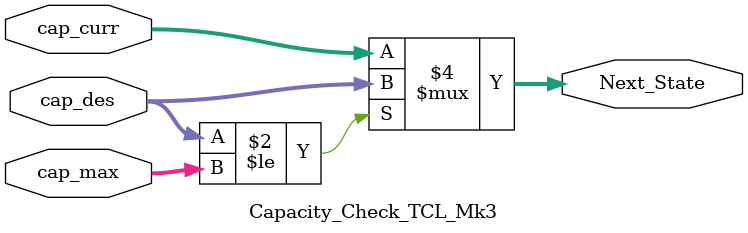
<source format=v>
module Capacity_Check_TCL_Mk3(cap_max, cap_curr, cap_des, Next_State);

	input [3:0]cap_max, cap_curr, cap_des;
	output [3:0]Next_State;
	
	reg [3:0]Next_State;
	
	always @(cap_max or cap_curr or cap_des)
	begin
	
		if (cap_des <= cap_max)
			begin
			
				Next_State = cap_des;
			end
		else
			begin
				
				Next_State = cap_curr;
			end
	end
endmodule
</source>
